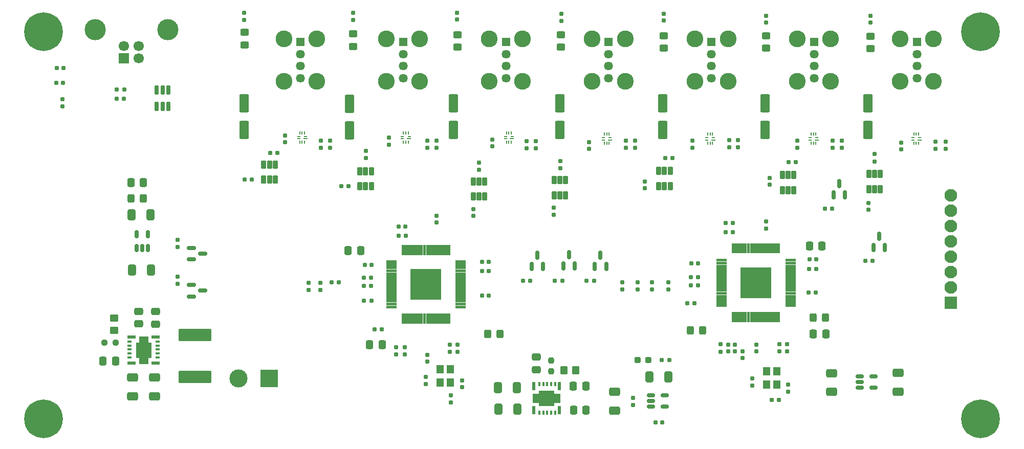
<source format=gbr>
%TF.GenerationSoftware,KiCad,Pcbnew,8.0.1*%
%TF.CreationDate,2025-12-10T21:43:10+01:00*%
%TF.ProjectId,USB2hub,55534232-6875-4622-9e6b-696361645f70,rev?*%
%TF.SameCoordinates,Original*%
%TF.FileFunction,Soldermask,Top*%
%TF.FilePolarity,Negative*%
%FSLAX46Y46*%
G04 Gerber Fmt 4.6, Leading zero omitted, Abs format (unit mm)*
G04 Created by KiCad (PCBNEW 8.0.1) date 2025-12-10 21:43:10*
%MOMM*%
%LPD*%
G01*
G04 APERTURE LIST*
G04 Aperture macros list*
%AMRoundRect*
0 Rectangle with rounded corners*
0 $1 Rounding radius*
0 $2 $3 $4 $5 $6 $7 $8 $9 X,Y pos of 4 corners*
0 Add a 4 corners polygon primitive as box body*
4,1,4,$2,$3,$4,$5,$6,$7,$8,$9,$2,$3,0*
0 Add four circle primitives for the rounded corners*
1,1,$1+$1,$2,$3*
1,1,$1+$1,$4,$5*
1,1,$1+$1,$6,$7*
1,1,$1+$1,$8,$9*
0 Add four rect primitives between the rounded corners*
20,1,$1+$1,$2,$3,$4,$5,0*
20,1,$1+$1,$4,$5,$6,$7,0*
20,1,$1+$1,$6,$7,$8,$9,0*
20,1,$1+$1,$8,$9,$2,$3,0*%
%AMFreePoly0*
4,1,13,0.750000,1.250000,1.250000,1.250000,1.250000,-1.250000,0.750000,-1.250000,0.750000,-2.300000,-0.750000,-2.300000,-0.750000,-1.250000,-1.250000,-1.250000,-1.250000,1.250000,-0.750000,1.250000,-0.750000,2.300000,0.750000,2.300000,0.750000,1.250000,0.750000,1.250000,$1*%
G04 Aperture macros list end*
%ADD10C,0.010000*%
%ADD11RoundRect,0.155000X0.212500X0.155000X-0.212500X0.155000X-0.212500X-0.155000X0.212500X-0.155000X0*%
%ADD12RoundRect,0.250000X-0.337500X-0.475000X0.337500X-0.475000X0.337500X0.475000X-0.337500X0.475000X0*%
%ADD13R,1.458000X1.458000*%
%ADD14C,1.458000*%
%ADD15C,2.775000*%
%ADD16RoundRect,0.237500X0.237500X-0.250000X0.237500X0.250000X-0.237500X0.250000X-0.237500X-0.250000X0*%
%ADD17RoundRect,0.155000X-0.155000X0.212500X-0.155000X-0.212500X0.155000X-0.212500X0.155000X0.212500X0*%
%ADD18RoundRect,0.160000X-0.197500X-0.160000X0.197500X-0.160000X0.197500X0.160000X-0.197500X0.160000X0*%
%ADD19RoundRect,0.155000X0.155000X-0.212500X0.155000X0.212500X-0.155000X0.212500X-0.155000X-0.212500X0*%
%ADD20C,0.804000*%
%ADD21RoundRect,0.050000X0.200000X-0.650000X0.200000X0.650000X-0.200000X0.650000X-0.200000X-0.650000X0*%
%ADD22RoundRect,0.050050X0.124950X-0.299950X0.124950X0.299950X-0.124950X0.299950X-0.124950X-0.299950X0*%
%ADD23C,0.600000*%
%ADD24FreePoly0,90.000000*%
%ADD25RoundRect,0.160000X-0.160000X0.197500X-0.160000X-0.197500X0.160000X-0.197500X0.160000X0.197500X0*%
%ADD26RoundRect,0.250000X0.550000X-1.250000X0.550000X1.250000X-0.550000X1.250000X-0.550000X-1.250000X0*%
%ADD27R,3.000000X3.000000*%
%ADD28C,3.000000*%
%ADD29R,1.200000X1.400000*%
%ADD30RoundRect,0.250000X0.337500X0.475000X-0.337500X0.475000X-0.337500X-0.475000X0.337500X-0.475000X0*%
%ADD31RoundRect,0.155000X-0.212500X-0.155000X0.212500X-0.155000X0.212500X0.155000X-0.212500X0.155000X0*%
%ADD32RoundRect,0.160000X0.160000X-0.197500X0.160000X0.197500X-0.160000X0.197500X-0.160000X-0.197500X0*%
%ADD33RoundRect,0.250000X0.412500X0.650000X-0.412500X0.650000X-0.412500X-0.650000X0.412500X-0.650000X0*%
%ADD34RoundRect,0.250000X0.475000X-0.337500X0.475000X0.337500X-0.475000X0.337500X-0.475000X-0.337500X0*%
%ADD35R,0.663000X0.225000*%
%ADD36R,0.563000X0.225000*%
%ADD37R,0.225000X0.563000*%
%ADD38C,3.600000*%
%ADD39C,6.400000*%
%ADD40RoundRect,0.250000X-0.650000X0.412500X-0.650000X-0.412500X0.650000X-0.412500X0.650000X0.412500X0*%
%ADD41R,2.100000X2.100000*%
%ADD42C,2.100000*%
%ADD43RoundRect,0.250000X-0.412500X-0.650000X0.412500X-0.650000X0.412500X0.650000X-0.412500X0.650000X0*%
%ADD44RoundRect,0.160000X0.197500X0.160000X-0.197500X0.160000X-0.197500X-0.160000X0.197500X-0.160000X0*%
%ADD45RoundRect,0.250000X0.450000X-0.325000X0.450000X0.325000X-0.450000X0.325000X-0.450000X-0.325000X0*%
%ADD46RoundRect,0.150000X0.150000X-0.587500X0.150000X0.587500X-0.150000X0.587500X-0.150000X-0.587500X0*%
%ADD47RoundRect,0.098000X0.294000X-0.609000X0.294000X0.609000X-0.294000X0.609000X-0.294000X-0.609000X0*%
%ADD48RoundRect,0.150000X-0.587500X-0.150000X0.587500X-0.150000X0.587500X0.150000X-0.587500X0.150000X0*%
%ADD49RoundRect,0.250000X0.325000X0.450000X-0.325000X0.450000X-0.325000X-0.450000X0.325000X-0.450000X0*%
%ADD50RoundRect,0.250000X-0.450000X0.350000X-0.450000X-0.350000X0.450000X-0.350000X0.450000X0.350000X0*%
%ADD51RoundRect,0.250000X-0.475000X0.337500X-0.475000X-0.337500X0.475000X-0.337500X0.475000X0.337500X0*%
%ADD52RoundRect,0.250000X-0.325000X-0.450000X0.325000X-0.450000X0.325000X0.450000X-0.325000X0.450000X0*%
%ADD53RoundRect,0.050000X0.650000X0.200000X-0.650000X0.200000X-0.650000X-0.200000X0.650000X-0.200000X0*%
%ADD54RoundRect,0.050050X0.299950X0.124950X-0.299950X0.124950X-0.299950X-0.124950X0.299950X-0.124950X0*%
%ADD55FreePoly0,180.000000*%
%ADD56RoundRect,0.250001X-2.474999X0.799999X-2.474999X-0.799999X2.474999X-0.799999X2.474999X0.799999X0*%
%ADD57R,1.700000X1.700000*%
%ADD58C,1.700000*%
%ADD59C,3.500000*%
%ADD60RoundRect,0.250000X0.350000X0.450000X-0.350000X0.450000X-0.350000X-0.450000X0.350000X-0.450000X0*%
%ADD61RoundRect,0.150000X0.150000X-0.512500X0.150000X0.512500X-0.150000X0.512500X-0.150000X-0.512500X0*%
%ADD62RoundRect,0.150000X-0.512500X-0.150000X0.512500X-0.150000X0.512500X0.150000X-0.512500X0.150000X0*%
%ADD63RoundRect,0.237500X0.250000X0.237500X-0.250000X0.237500X-0.250000X-0.237500X0.250000X-0.237500X0*%
%ADD64RoundRect,0.162500X-0.162500X0.617500X-0.162500X-0.617500X0.162500X-0.617500X0.162500X0.617500X0*%
%ADD65RoundRect,0.237500X-0.287500X-0.237500X0.287500X-0.237500X0.287500X0.237500X-0.287500X0.237500X0*%
G04 APERTURE END LIST*
D10*
%TO.C,U10*%
X135250000Y-65950000D02*
X133650000Y-65950000D01*
X133650000Y-65550000D01*
X135250000Y-65550000D01*
X135250000Y-65950000D01*
G36*
X135250000Y-65950000D02*
G01*
X133650000Y-65950000D01*
X133650000Y-65550000D01*
X135250000Y-65550000D01*
X135250000Y-65950000D01*
G37*
X135250000Y-66450000D02*
X133650000Y-66450000D01*
X133650000Y-66050000D01*
X135250000Y-66050000D01*
X135250000Y-66450000D01*
G36*
X135250000Y-66450000D02*
G01*
X133650000Y-66450000D01*
X133650000Y-66050000D01*
X135250000Y-66050000D01*
X135250000Y-66450000D01*
G37*
X135250000Y-66950000D02*
X133650000Y-66950000D01*
X133650000Y-66550000D01*
X135250000Y-66550000D01*
X135250000Y-66950000D01*
G36*
X135250000Y-66950000D02*
G01*
X133650000Y-66950000D01*
X133650000Y-66550000D01*
X135250000Y-66550000D01*
X135250000Y-66950000D01*
G37*
X135250000Y-67450000D02*
X133650000Y-67450000D01*
X133650000Y-67050000D01*
X135250000Y-67050000D01*
X135250000Y-67450000D01*
G36*
X135250000Y-67450000D02*
G01*
X133650000Y-67450000D01*
X133650000Y-67050000D01*
X135250000Y-67050000D01*
X135250000Y-67450000D01*
G37*
X135250000Y-67950000D02*
X133650000Y-67950000D01*
X133650000Y-67550000D01*
X135250000Y-67550000D01*
X135250000Y-67950000D01*
G36*
X135250000Y-67950000D02*
G01*
X133650000Y-67950000D01*
X133650000Y-67550000D01*
X135250000Y-67550000D01*
X135250000Y-67950000D01*
G37*
X135250000Y-68450000D02*
X133650000Y-68450000D01*
X133650000Y-68050000D01*
X135250000Y-68050000D01*
X135250000Y-68450000D01*
G36*
X135250000Y-68450000D02*
G01*
X133650000Y-68450000D01*
X133650000Y-68050000D01*
X135250000Y-68050000D01*
X135250000Y-68450000D01*
G37*
X135250000Y-68950000D02*
X133650000Y-68950000D01*
X133650000Y-68550000D01*
X135250000Y-68550000D01*
X135250000Y-68950000D01*
G36*
X135250000Y-68950000D02*
G01*
X133650000Y-68950000D01*
X133650000Y-68550000D01*
X135250000Y-68550000D01*
X135250000Y-68950000D01*
G37*
X135250000Y-69450000D02*
X133650000Y-69450000D01*
X133650000Y-69050000D01*
X135250000Y-69050000D01*
X135250000Y-69450000D01*
G36*
X135250000Y-69450000D02*
G01*
X133650000Y-69450000D01*
X133650000Y-69050000D01*
X135250000Y-69050000D01*
X135250000Y-69450000D01*
G37*
X135250000Y-69950000D02*
X133650000Y-69950000D01*
X133650000Y-69550000D01*
X135250000Y-69550000D01*
X135250000Y-69950000D01*
G36*
X135250000Y-69950000D02*
G01*
X133650000Y-69950000D01*
X133650000Y-69550000D01*
X135250000Y-69550000D01*
X135250000Y-69950000D01*
G37*
X135250000Y-70450000D02*
X133650000Y-70450000D01*
X133650000Y-70050000D01*
X135250000Y-70050000D01*
X135250000Y-70450000D01*
G36*
X135250000Y-70450000D02*
G01*
X133650000Y-70450000D01*
X133650000Y-70050000D01*
X135250000Y-70050000D01*
X135250000Y-70450000D01*
G37*
X135250000Y-70950000D02*
X133650000Y-70950000D01*
X133650000Y-70550000D01*
X135250000Y-70550000D01*
X135250000Y-70950000D01*
G36*
X135250000Y-70950000D02*
G01*
X133650000Y-70950000D01*
X133650000Y-70550000D01*
X135250000Y-70550000D01*
X135250000Y-70950000D01*
G37*
X135250000Y-71450000D02*
X133650000Y-71450000D01*
X133650000Y-71050000D01*
X135250000Y-71050000D01*
X135250000Y-71450000D01*
G36*
X135250000Y-71450000D02*
G01*
X133650000Y-71450000D01*
X133650000Y-71050000D01*
X135250000Y-71050000D01*
X135250000Y-71450000D01*
G37*
X135250000Y-71950000D02*
X133650000Y-71950000D01*
X133650000Y-71550000D01*
X135250000Y-71550000D01*
X135250000Y-71950000D01*
G36*
X135250000Y-71950000D02*
G01*
X133650000Y-71950000D01*
X133650000Y-71550000D01*
X135250000Y-71550000D01*
X135250000Y-71950000D01*
G37*
X135250000Y-72450000D02*
X133650000Y-72450000D01*
X133650000Y-72050000D01*
X135250000Y-72050000D01*
X135250000Y-72450000D01*
G36*
X135250000Y-72450000D02*
G01*
X133650000Y-72450000D01*
X133650000Y-72050000D01*
X135250000Y-72050000D01*
X135250000Y-72450000D01*
G37*
X135250000Y-72950000D02*
X133650000Y-72950000D01*
X133650000Y-72550000D01*
X135250000Y-72550000D01*
X135250000Y-72950000D01*
G36*
X135250000Y-72950000D02*
G01*
X133650000Y-72950000D01*
X133650000Y-72550000D01*
X135250000Y-72550000D01*
X135250000Y-72950000D01*
G37*
X135250000Y-73450000D02*
X133650000Y-73450000D01*
X133650000Y-73050000D01*
X135250000Y-73050000D01*
X135250000Y-73450000D01*
G36*
X135250000Y-73450000D02*
G01*
X133650000Y-73450000D01*
X133650000Y-73050000D01*
X135250000Y-73050000D01*
X135250000Y-73450000D01*
G37*
X136600000Y-76000000D02*
X136200000Y-76000000D01*
X136200000Y-74400000D01*
X136600000Y-74400000D01*
X136600000Y-76000000D01*
G36*
X136600000Y-76000000D02*
G01*
X136200000Y-76000000D01*
X136200000Y-74400000D01*
X136600000Y-74400000D01*
X136600000Y-76000000D01*
G37*
X136600000Y-64600000D02*
X136200000Y-64600000D01*
X136200000Y-63000000D01*
X136600000Y-63000000D01*
X136600000Y-64600000D01*
G36*
X136600000Y-64600000D02*
G01*
X136200000Y-64600000D01*
X136200000Y-63000000D01*
X136600000Y-63000000D01*
X136600000Y-64600000D01*
G37*
X137100000Y-76000000D02*
X136700000Y-76000000D01*
X136700000Y-74400000D01*
X137100000Y-74400000D01*
X137100000Y-76000000D01*
G36*
X137100000Y-76000000D02*
G01*
X136700000Y-76000000D01*
X136700000Y-74400000D01*
X137100000Y-74400000D01*
X137100000Y-76000000D01*
G37*
X137100000Y-64600000D02*
X136700000Y-64600000D01*
X136700000Y-63000000D01*
X137100000Y-63000000D01*
X137100000Y-64600000D01*
G36*
X137100000Y-64600000D02*
G01*
X136700000Y-64600000D01*
X136700000Y-63000000D01*
X137100000Y-63000000D01*
X137100000Y-64600000D01*
G37*
X137600000Y-76000000D02*
X137200000Y-76000000D01*
X137200000Y-74400000D01*
X137600000Y-74400000D01*
X137600000Y-76000000D01*
G36*
X137600000Y-76000000D02*
G01*
X137200000Y-76000000D01*
X137200000Y-74400000D01*
X137600000Y-74400000D01*
X137600000Y-76000000D01*
G37*
X137600000Y-64600000D02*
X137200000Y-64600000D01*
X137200000Y-63000000D01*
X137600000Y-63000000D01*
X137600000Y-64600000D01*
G36*
X137600000Y-64600000D02*
G01*
X137200000Y-64600000D01*
X137200000Y-63000000D01*
X137600000Y-63000000D01*
X137600000Y-64600000D01*
G37*
X142650000Y-72000000D02*
X137650000Y-72000000D01*
X137650000Y-67000000D01*
X142650000Y-67000000D01*
X142650000Y-72000000D01*
G36*
X142650000Y-72000000D02*
G01*
X137650000Y-72000000D01*
X137650000Y-67000000D01*
X142650000Y-67000000D01*
X142650000Y-72000000D01*
G37*
X138100000Y-76000000D02*
X137700000Y-76000000D01*
X137700000Y-74400000D01*
X138100000Y-74400000D01*
X138100000Y-76000000D01*
G36*
X138100000Y-76000000D02*
G01*
X137700000Y-76000000D01*
X137700000Y-74400000D01*
X138100000Y-74400000D01*
X138100000Y-76000000D01*
G37*
X138100000Y-64600000D02*
X137700000Y-64600000D01*
X137700000Y-63000000D01*
X138100000Y-63000000D01*
X138100000Y-64600000D01*
G36*
X138100000Y-64600000D02*
G01*
X137700000Y-64600000D01*
X137700000Y-63000000D01*
X138100000Y-63000000D01*
X138100000Y-64600000D01*
G37*
X138600000Y-76000000D02*
X138200000Y-76000000D01*
X138200000Y-74400000D01*
X138600000Y-74400000D01*
X138600000Y-76000000D01*
G36*
X138600000Y-76000000D02*
G01*
X138200000Y-76000000D01*
X138200000Y-74400000D01*
X138600000Y-74400000D01*
X138600000Y-76000000D01*
G37*
X138600000Y-64600000D02*
X138200000Y-64600000D01*
X138200000Y-63000000D01*
X138600000Y-63000000D01*
X138600000Y-64600000D01*
G36*
X138600000Y-64600000D02*
G01*
X138200000Y-64600000D01*
X138200000Y-63000000D01*
X138600000Y-63000000D01*
X138600000Y-64600000D01*
G37*
X139100000Y-76000000D02*
X138700000Y-76000000D01*
X138700000Y-74400000D01*
X139100000Y-74400000D01*
X139100000Y-76000000D01*
G36*
X139100000Y-76000000D02*
G01*
X138700000Y-76000000D01*
X138700000Y-74400000D01*
X139100000Y-74400000D01*
X139100000Y-76000000D01*
G37*
X139100000Y-64600000D02*
X138700000Y-64600000D01*
X138700000Y-63000000D01*
X139100000Y-63000000D01*
X139100000Y-64600000D01*
G36*
X139100000Y-64600000D02*
G01*
X138700000Y-64600000D01*
X138700000Y-63000000D01*
X139100000Y-63000000D01*
X139100000Y-64600000D01*
G37*
X139600000Y-76000000D02*
X139200000Y-76000000D01*
X139200000Y-74400000D01*
X139600000Y-74400000D01*
X139600000Y-76000000D01*
G36*
X139600000Y-76000000D02*
G01*
X139200000Y-76000000D01*
X139200000Y-74400000D01*
X139600000Y-74400000D01*
X139600000Y-76000000D01*
G37*
X139600000Y-64600000D02*
X139200000Y-64600000D01*
X139200000Y-63000000D01*
X139600000Y-63000000D01*
X139600000Y-64600000D01*
G36*
X139600000Y-64600000D02*
G01*
X139200000Y-64600000D01*
X139200000Y-63000000D01*
X139600000Y-63000000D01*
X139600000Y-64600000D01*
G37*
X140100000Y-76000000D02*
X139700000Y-76000000D01*
X139700000Y-74400000D01*
X140100000Y-74400000D01*
X140100000Y-76000000D01*
G36*
X140100000Y-76000000D02*
G01*
X139700000Y-76000000D01*
X139700000Y-74400000D01*
X140100000Y-74400000D01*
X140100000Y-76000000D01*
G37*
X140100000Y-64600000D02*
X139700000Y-64600000D01*
X139700000Y-63000000D01*
X140100000Y-63000000D01*
X140100000Y-64600000D01*
G36*
X140100000Y-64600000D02*
G01*
X139700000Y-64600000D01*
X139700000Y-63000000D01*
X140100000Y-63000000D01*
X140100000Y-64600000D01*
G37*
X140600000Y-76000000D02*
X140200000Y-76000000D01*
X140200000Y-74400000D01*
X140600000Y-74400000D01*
X140600000Y-76000000D01*
G36*
X140600000Y-76000000D02*
G01*
X140200000Y-76000000D01*
X140200000Y-74400000D01*
X140600000Y-74400000D01*
X140600000Y-76000000D01*
G37*
X140600000Y-64600000D02*
X140200000Y-64600000D01*
X140200000Y-63000000D01*
X140600000Y-63000000D01*
X140600000Y-64600000D01*
G36*
X140600000Y-64600000D02*
G01*
X140200000Y-64600000D01*
X140200000Y-63000000D01*
X140600000Y-63000000D01*
X140600000Y-64600000D01*
G37*
X141100000Y-76000000D02*
X140700000Y-76000000D01*
X140700000Y-74400000D01*
X141100000Y-74400000D01*
X141100000Y-76000000D01*
G36*
X141100000Y-76000000D02*
G01*
X140700000Y-76000000D01*
X140700000Y-74400000D01*
X141100000Y-74400000D01*
X141100000Y-76000000D01*
G37*
X141100000Y-64600000D02*
X140700000Y-64600000D01*
X140700000Y-63000000D01*
X141100000Y-63000000D01*
X141100000Y-64600000D01*
G36*
X141100000Y-64600000D02*
G01*
X140700000Y-64600000D01*
X140700000Y-63000000D01*
X141100000Y-63000000D01*
X141100000Y-64600000D01*
G37*
X141600000Y-76000000D02*
X141200000Y-76000000D01*
X141200000Y-74400000D01*
X141600000Y-74400000D01*
X141600000Y-76000000D01*
G36*
X141600000Y-76000000D02*
G01*
X141200000Y-76000000D01*
X141200000Y-74400000D01*
X141600000Y-74400000D01*
X141600000Y-76000000D01*
G37*
X141600000Y-64600000D02*
X141200000Y-64600000D01*
X141200000Y-63000000D01*
X141600000Y-63000000D01*
X141600000Y-64600000D01*
G36*
X141600000Y-64600000D02*
G01*
X141200000Y-64600000D01*
X141200000Y-63000000D01*
X141600000Y-63000000D01*
X141600000Y-64600000D01*
G37*
X142100000Y-76000000D02*
X141700000Y-76000000D01*
X141700000Y-74400000D01*
X142100000Y-74400000D01*
X142100000Y-76000000D01*
G36*
X142100000Y-76000000D02*
G01*
X141700000Y-76000000D01*
X141700000Y-74400000D01*
X142100000Y-74400000D01*
X142100000Y-76000000D01*
G37*
X142100000Y-64600000D02*
X141700000Y-64600000D01*
X141700000Y-63000000D01*
X142100000Y-63000000D01*
X142100000Y-64600000D01*
G36*
X142100000Y-64600000D02*
G01*
X141700000Y-64600000D01*
X141700000Y-63000000D01*
X142100000Y-63000000D01*
X142100000Y-64600000D01*
G37*
X142600000Y-76000000D02*
X142200000Y-76000000D01*
X142200000Y-74400000D01*
X142600000Y-74400000D01*
X142600000Y-76000000D01*
G36*
X142600000Y-76000000D02*
G01*
X142200000Y-76000000D01*
X142200000Y-74400000D01*
X142600000Y-74400000D01*
X142600000Y-76000000D01*
G37*
X142600000Y-64600000D02*
X142200000Y-64600000D01*
X142200000Y-63000000D01*
X142600000Y-63000000D01*
X142600000Y-64600000D01*
G36*
X142600000Y-64600000D02*
G01*
X142200000Y-64600000D01*
X142200000Y-63000000D01*
X142600000Y-63000000D01*
X142600000Y-64600000D01*
G37*
X143100000Y-76000000D02*
X142700000Y-76000000D01*
X142700000Y-74400000D01*
X143100000Y-74400000D01*
X143100000Y-76000000D01*
G36*
X143100000Y-76000000D02*
G01*
X142700000Y-76000000D01*
X142700000Y-74400000D01*
X143100000Y-74400000D01*
X143100000Y-76000000D01*
G37*
X143100000Y-64600000D02*
X142700000Y-64600000D01*
X142700000Y-63000000D01*
X143100000Y-63000000D01*
X143100000Y-64600000D01*
G36*
X143100000Y-64600000D02*
G01*
X142700000Y-64600000D01*
X142700000Y-63000000D01*
X143100000Y-63000000D01*
X143100000Y-64600000D01*
G37*
X143600000Y-76000000D02*
X143200000Y-76000000D01*
X143200000Y-74400000D01*
X143600000Y-74400000D01*
X143600000Y-76000000D01*
G36*
X143600000Y-76000000D02*
G01*
X143200000Y-76000000D01*
X143200000Y-74400000D01*
X143600000Y-74400000D01*
X143600000Y-76000000D01*
G37*
X143600000Y-64600000D02*
X143200000Y-64600000D01*
X143200000Y-63000000D01*
X143600000Y-63000000D01*
X143600000Y-64600000D01*
G36*
X143600000Y-64600000D02*
G01*
X143200000Y-64600000D01*
X143200000Y-63000000D01*
X143600000Y-63000000D01*
X143600000Y-64600000D01*
G37*
X144100000Y-76000000D02*
X143700000Y-76000000D01*
X143700000Y-74400000D01*
X144100000Y-74400000D01*
X144100000Y-76000000D01*
G36*
X144100000Y-76000000D02*
G01*
X143700000Y-76000000D01*
X143700000Y-74400000D01*
X144100000Y-74400000D01*
X144100000Y-76000000D01*
G37*
X144100000Y-64600000D02*
X143700000Y-64600000D01*
X143700000Y-63000000D01*
X144100000Y-63000000D01*
X144100000Y-64600000D01*
G36*
X144100000Y-64600000D02*
G01*
X143700000Y-64600000D01*
X143700000Y-63000000D01*
X144100000Y-63000000D01*
X144100000Y-64600000D01*
G37*
X146650000Y-65950000D02*
X145050000Y-65950000D01*
X145050000Y-65550000D01*
X146650000Y-65550000D01*
X146650000Y-65950000D01*
G36*
X146650000Y-65950000D02*
G01*
X145050000Y-65950000D01*
X145050000Y-65550000D01*
X146650000Y-65550000D01*
X146650000Y-65950000D01*
G37*
X146650000Y-66450000D02*
X145050000Y-66450000D01*
X145050000Y-66050000D01*
X146650000Y-66050000D01*
X146650000Y-66450000D01*
G36*
X146650000Y-66450000D02*
G01*
X145050000Y-66450000D01*
X145050000Y-66050000D01*
X146650000Y-66050000D01*
X146650000Y-66450000D01*
G37*
X146650000Y-66950000D02*
X145050000Y-66950000D01*
X145050000Y-66550000D01*
X146650000Y-66550000D01*
X146650000Y-66950000D01*
G36*
X146650000Y-66950000D02*
G01*
X145050000Y-66950000D01*
X145050000Y-66550000D01*
X146650000Y-66550000D01*
X146650000Y-66950000D01*
G37*
X146650000Y-67450000D02*
X145050000Y-67450000D01*
X145050000Y-67050000D01*
X146650000Y-67050000D01*
X146650000Y-67450000D01*
G36*
X146650000Y-67450000D02*
G01*
X145050000Y-67450000D01*
X145050000Y-67050000D01*
X146650000Y-67050000D01*
X146650000Y-67450000D01*
G37*
X146650000Y-67950000D02*
X145050000Y-67950000D01*
X145050000Y-67550000D01*
X146650000Y-67550000D01*
X146650000Y-67950000D01*
G36*
X146650000Y-67950000D02*
G01*
X145050000Y-67950000D01*
X145050000Y-67550000D01*
X146650000Y-67550000D01*
X146650000Y-67950000D01*
G37*
X146650000Y-68450000D02*
X145050000Y-68450000D01*
X145050000Y-68050000D01*
X146650000Y-68050000D01*
X146650000Y-68450000D01*
G36*
X146650000Y-68450000D02*
G01*
X145050000Y-68450000D01*
X145050000Y-68050000D01*
X146650000Y-68050000D01*
X146650000Y-68450000D01*
G37*
X146650000Y-68950000D02*
X145050000Y-68950000D01*
X145050000Y-68550000D01*
X146650000Y-68550000D01*
X146650000Y-68950000D01*
G36*
X146650000Y-68950000D02*
G01*
X145050000Y-68950000D01*
X145050000Y-68550000D01*
X146650000Y-68550000D01*
X146650000Y-68950000D01*
G37*
X146650000Y-69450000D02*
X145050000Y-69450000D01*
X145050000Y-69050000D01*
X146650000Y-69050000D01*
X146650000Y-69450000D01*
G36*
X146650000Y-69450000D02*
G01*
X145050000Y-69450000D01*
X145050000Y-69050000D01*
X146650000Y-69050000D01*
X146650000Y-69450000D01*
G37*
X146650000Y-69950000D02*
X145050000Y-69950000D01*
X145050000Y-69550000D01*
X146650000Y-69550000D01*
X146650000Y-69950000D01*
G36*
X146650000Y-69950000D02*
G01*
X145050000Y-69950000D01*
X145050000Y-69550000D01*
X146650000Y-69550000D01*
X146650000Y-69950000D01*
G37*
X146650000Y-70450000D02*
X145050000Y-70450000D01*
X145050000Y-70050000D01*
X146650000Y-70050000D01*
X146650000Y-70450000D01*
G36*
X146650000Y-70450000D02*
G01*
X145050000Y-70450000D01*
X145050000Y-70050000D01*
X146650000Y-70050000D01*
X146650000Y-70450000D01*
G37*
X146650000Y-70950000D02*
X145050000Y-70950000D01*
X145050000Y-70550000D01*
X146650000Y-70550000D01*
X146650000Y-70950000D01*
G36*
X146650000Y-70950000D02*
G01*
X145050000Y-70950000D01*
X145050000Y-70550000D01*
X146650000Y-70550000D01*
X146650000Y-70950000D01*
G37*
X146650000Y-71450000D02*
X145050000Y-71450000D01*
X145050000Y-71050000D01*
X146650000Y-71050000D01*
X146650000Y-71450000D01*
G36*
X146650000Y-71450000D02*
G01*
X145050000Y-71450000D01*
X145050000Y-71050000D01*
X146650000Y-71050000D01*
X146650000Y-71450000D01*
G37*
X146650000Y-71950000D02*
X145050000Y-71950000D01*
X145050000Y-71550000D01*
X146650000Y-71550000D01*
X146650000Y-71950000D01*
G36*
X146650000Y-71950000D02*
G01*
X145050000Y-71950000D01*
X145050000Y-71550000D01*
X146650000Y-71550000D01*
X146650000Y-71950000D01*
G37*
X146650000Y-72450000D02*
X145050000Y-72450000D01*
X145050000Y-72050000D01*
X146650000Y-72050000D01*
X146650000Y-72450000D01*
G36*
X146650000Y-72450000D02*
G01*
X145050000Y-72450000D01*
X145050000Y-72050000D01*
X146650000Y-72050000D01*
X146650000Y-72450000D01*
G37*
X146650000Y-72950000D02*
X145050000Y-72950000D01*
X145050000Y-72550000D01*
X146650000Y-72550000D01*
X146650000Y-72950000D01*
G36*
X146650000Y-72950000D02*
G01*
X145050000Y-72950000D01*
X145050000Y-72550000D01*
X146650000Y-72550000D01*
X146650000Y-72950000D01*
G37*
X146650000Y-73450000D02*
X145050000Y-73450000D01*
X145050000Y-73050000D01*
X146650000Y-73050000D01*
X146650000Y-73450000D01*
G36*
X146650000Y-73450000D02*
G01*
X145050000Y-73450000D01*
X145050000Y-73050000D01*
X146650000Y-73050000D01*
X146650000Y-73450000D01*
G37*
%TO.C,U1*%
X80650000Y-66225000D02*
X79050000Y-66225000D01*
X79050000Y-65825000D01*
X80650000Y-65825000D01*
X80650000Y-66225000D01*
G36*
X80650000Y-66225000D02*
G01*
X79050000Y-66225000D01*
X79050000Y-65825000D01*
X80650000Y-65825000D01*
X80650000Y-66225000D01*
G37*
X80650000Y-66725000D02*
X79050000Y-66725000D01*
X79050000Y-66325000D01*
X80650000Y-66325000D01*
X80650000Y-66725000D01*
G36*
X80650000Y-66725000D02*
G01*
X79050000Y-66725000D01*
X79050000Y-66325000D01*
X80650000Y-66325000D01*
X80650000Y-66725000D01*
G37*
X80650000Y-67225000D02*
X79050000Y-67225000D01*
X79050000Y-66825000D01*
X80650000Y-66825000D01*
X80650000Y-67225000D01*
G36*
X80650000Y-67225000D02*
G01*
X79050000Y-67225000D01*
X79050000Y-66825000D01*
X80650000Y-66825000D01*
X80650000Y-67225000D01*
G37*
X80650000Y-67725000D02*
X79050000Y-67725000D01*
X79050000Y-67325000D01*
X80650000Y-67325000D01*
X80650000Y-67725000D01*
G36*
X80650000Y-67725000D02*
G01*
X79050000Y-67725000D01*
X79050000Y-67325000D01*
X80650000Y-67325000D01*
X80650000Y-67725000D01*
G37*
X80650000Y-68225000D02*
X79050000Y-68225000D01*
X79050000Y-67825000D01*
X80650000Y-67825000D01*
X80650000Y-68225000D01*
G36*
X80650000Y-68225000D02*
G01*
X79050000Y-68225000D01*
X79050000Y-67825000D01*
X80650000Y-67825000D01*
X80650000Y-68225000D01*
G37*
X80650000Y-68725000D02*
X79050000Y-68725000D01*
X79050000Y-68325000D01*
X80650000Y-68325000D01*
X80650000Y-68725000D01*
G36*
X80650000Y-68725000D02*
G01*
X79050000Y-68725000D01*
X79050000Y-68325000D01*
X80650000Y-68325000D01*
X80650000Y-68725000D01*
G37*
X80650000Y-69225000D02*
X79050000Y-69225000D01*
X79050000Y-68825000D01*
X80650000Y-68825000D01*
X80650000Y-69225000D01*
G36*
X80650000Y-69225000D02*
G01*
X79050000Y-69225000D01*
X79050000Y-68825000D01*
X80650000Y-68825000D01*
X80650000Y-69225000D01*
G37*
X80650000Y-69725000D02*
X79050000Y-69725000D01*
X79050000Y-69325000D01*
X80650000Y-69325000D01*
X80650000Y-69725000D01*
G36*
X80650000Y-69725000D02*
G01*
X79050000Y-69725000D01*
X79050000Y-69325000D01*
X80650000Y-69325000D01*
X80650000Y-69725000D01*
G37*
X80650000Y-70225000D02*
X79050000Y-70225000D01*
X79050000Y-69825000D01*
X80650000Y-69825000D01*
X80650000Y-70225000D01*
G36*
X80650000Y-70225000D02*
G01*
X79050000Y-70225000D01*
X79050000Y-69825000D01*
X80650000Y-69825000D01*
X80650000Y-70225000D01*
G37*
X80650000Y-70725000D02*
X79050000Y-70725000D01*
X79050000Y-70325000D01*
X80650000Y-70325000D01*
X80650000Y-70725000D01*
G36*
X80650000Y-70725000D02*
G01*
X79050000Y-70725000D01*
X79050000Y-70325000D01*
X80650000Y-70325000D01*
X80650000Y-70725000D01*
G37*
X80650000Y-71225000D02*
X79050000Y-71225000D01*
X79050000Y-70825000D01*
X80650000Y-70825000D01*
X80650000Y-71225000D01*
G36*
X80650000Y-71225000D02*
G01*
X79050000Y-71225000D01*
X79050000Y-70825000D01*
X80650000Y-70825000D01*
X80650000Y-71225000D01*
G37*
X80650000Y-71725000D02*
X79050000Y-71725000D01*
X79050000Y-71325000D01*
X80650000Y-71325000D01*
X80650000Y-71725000D01*
G36*
X80650000Y-71725000D02*
G01*
X79050000Y-71725000D01*
X79050000Y-71325000D01*
X80650000Y-71325000D01*
X80650000Y-71725000D01*
G37*
X80650000Y-72225000D02*
X79050000Y-72225000D01*
X79050000Y-71825000D01*
X80650000Y-71825000D01*
X80650000Y-72225000D01*
G36*
X80650000Y-72225000D02*
G01*
X79050000Y-72225000D01*
X79050000Y-71825000D01*
X80650000Y-71825000D01*
X80650000Y-72225000D01*
G37*
X80650000Y-72725000D02*
X79050000Y-72725000D01*
X79050000Y-72325000D01*
X80650000Y-72325000D01*
X80650000Y-72725000D01*
G36*
X80650000Y-72725000D02*
G01*
X79050000Y-72725000D01*
X79050000Y-72325000D01*
X80650000Y-72325000D01*
X80650000Y-72725000D01*
G37*
X80650000Y-73225000D02*
X79050000Y-73225000D01*
X79050000Y-72825000D01*
X80650000Y-72825000D01*
X80650000Y-73225000D01*
G36*
X80650000Y-73225000D02*
G01*
X79050000Y-73225000D01*
X79050000Y-72825000D01*
X80650000Y-72825000D01*
X80650000Y-73225000D01*
G37*
X80650000Y-73725000D02*
X79050000Y-73725000D01*
X79050000Y-73325000D01*
X80650000Y-73325000D01*
X80650000Y-73725000D01*
G36*
X80650000Y-73725000D02*
G01*
X79050000Y-73725000D01*
X79050000Y-73325000D01*
X80650000Y-73325000D01*
X80650000Y-73725000D01*
G37*
X82000000Y-76275000D02*
X81600000Y-76275000D01*
X81600000Y-74675000D01*
X82000000Y-74675000D01*
X82000000Y-76275000D01*
G36*
X82000000Y-76275000D02*
G01*
X81600000Y-76275000D01*
X81600000Y-74675000D01*
X82000000Y-74675000D01*
X82000000Y-76275000D01*
G37*
X82000000Y-64875000D02*
X81600000Y-64875000D01*
X81600000Y-63275000D01*
X82000000Y-63275000D01*
X82000000Y-64875000D01*
G36*
X82000000Y-64875000D02*
G01*
X81600000Y-64875000D01*
X81600000Y-63275000D01*
X82000000Y-63275000D01*
X82000000Y-64875000D01*
G37*
X82500000Y-76275000D02*
X82100000Y-76275000D01*
X82100000Y-74675000D01*
X82500000Y-74675000D01*
X82500000Y-76275000D01*
G36*
X82500000Y-76275000D02*
G01*
X82100000Y-76275000D01*
X82100000Y-74675000D01*
X82500000Y-74675000D01*
X82500000Y-76275000D01*
G37*
X82500000Y-64875000D02*
X82100000Y-64875000D01*
X82100000Y-63275000D01*
X82500000Y-63275000D01*
X82500000Y-64875000D01*
G36*
X82500000Y-64875000D02*
G01*
X82100000Y-64875000D01*
X82100000Y-63275000D01*
X82500000Y-63275000D01*
X82500000Y-64875000D01*
G37*
X83000000Y-76275000D02*
X82600000Y-76275000D01*
X82600000Y-74675000D01*
X83000000Y-74675000D01*
X83000000Y-76275000D01*
G36*
X83000000Y-76275000D02*
G01*
X82600000Y-76275000D01*
X82600000Y-74675000D01*
X83000000Y-74675000D01*
X83000000Y-76275000D01*
G37*
X83000000Y-64875000D02*
X82600000Y-64875000D01*
X82600000Y-63275000D01*
X83000000Y-63275000D01*
X83000000Y-64875000D01*
G36*
X83000000Y-64875000D02*
G01*
X82600000Y-64875000D01*
X82600000Y-63275000D01*
X83000000Y-63275000D01*
X83000000Y-64875000D01*
G37*
X88050000Y-72275000D02*
X83050000Y-72275000D01*
X83050000Y-67275000D01*
X88050000Y-67275000D01*
X88050000Y-72275000D01*
G36*
X88050000Y-72275000D02*
G01*
X83050000Y-72275000D01*
X83050000Y-67275000D01*
X88050000Y-67275000D01*
X88050000Y-72275000D01*
G37*
X83500000Y-76275000D02*
X83100000Y-76275000D01*
X83100000Y-74675000D01*
X83500000Y-74675000D01*
X83500000Y-76275000D01*
G36*
X83500000Y-76275000D02*
G01*
X83100000Y-76275000D01*
X83100000Y-74675000D01*
X83500000Y-74675000D01*
X83500000Y-76275000D01*
G37*
X83500000Y-64875000D02*
X83100000Y-64875000D01*
X83100000Y-63275000D01*
X83500000Y-63275000D01*
X83500000Y-64875000D01*
G36*
X83500000Y-64875000D02*
G01*
X83100000Y-64875000D01*
X83100000Y-63275000D01*
X83500000Y-63275000D01*
X83500000Y-64875000D01*
G37*
X84000000Y-76275000D02*
X83600000Y-76275000D01*
X83600000Y-74675000D01*
X84000000Y-74675000D01*
X84000000Y-76275000D01*
G36*
X84000000Y-76275000D02*
G01*
X83600000Y-76275000D01*
X83600000Y-74675000D01*
X84000000Y-74675000D01*
X84000000Y-76275000D01*
G37*
X84000000Y-64875000D02*
X83600000Y-64875000D01*
X83600000Y-63275000D01*
X84000000Y-63275000D01*
X84000000Y-64875000D01*
G36*
X84000000Y-64875000D02*
G01*
X83600000Y-64875000D01*
X83600000Y-63275000D01*
X84000000Y-63275000D01*
X84000000Y-64875000D01*
G37*
X84500000Y-76275000D02*
X84100000Y-76275000D01*
X84100000Y-74675000D01*
X84500000Y-74675000D01*
X84500000Y-76275000D01*
G36*
X84500000Y-76275000D02*
G01*
X84100000Y-76275000D01*
X84100000Y-74675000D01*
X84500000Y-74675000D01*
X84500000Y-76275000D01*
G37*
X84500000Y-64875000D02*
X84100000Y-64875000D01*
X84100000Y-63275000D01*
X84500000Y-63275000D01*
X84500000Y-64875000D01*
G36*
X84500000Y-64875000D02*
G01*
X84100000Y-64875000D01*
X84100000Y-63275000D01*
X84500000Y-63275000D01*
X84500000Y-64875000D01*
G37*
X85000000Y-76275000D02*
X84600000Y-76275000D01*
X84600000Y-74675000D01*
X85000000Y-74675000D01*
X85000000Y-76275000D01*
G36*
X85000000Y-76275000D02*
G01*
X84600000Y-76275000D01*
X84600000Y-74675000D01*
X85000000Y-74675000D01*
X85000000Y-76275000D01*
G37*
X85000000Y-64875000D02*
X84600000Y-64875000D01*
X84600000Y-63275000D01*
X85000000Y-63275000D01*
X85000000Y-64875000D01*
G36*
X85000000Y-64875000D02*
G01*
X84600000Y-64875000D01*
X84600000Y-63275000D01*
X85000000Y-63275000D01*
X85000000Y-64875000D01*
G37*
X85500000Y-76275000D02*
X85100000Y-76275000D01*
X85100000Y-74675000D01*
X85500000Y-74675000D01*
X85500000Y-76275000D01*
G36*
X85500000Y-76275000D02*
G01*
X85100000Y-76275000D01*
X85100000Y-74675000D01*
X85500000Y-74675000D01*
X85500000Y-76275000D01*
G37*
X85500000Y-64875000D02*
X85100000Y-64875000D01*
X85100000Y-63275000D01*
X85500000Y-63275000D01*
X85500000Y-64875000D01*
G36*
X85500000Y-64875000D02*
G01*
X85100000Y-64875000D01*
X85100000Y-63275000D01*
X85500000Y-63275000D01*
X85500000Y-64875000D01*
G37*
X86000000Y-76275000D02*
X85600000Y-76275000D01*
X85600000Y-74675000D01*
X86000000Y-74675000D01*
X86000000Y-76275000D01*
G36*
X86000000Y-76275000D02*
G01*
X85600000Y-76275000D01*
X85600000Y-74675000D01*
X86000000Y-74675000D01*
X86000000Y-76275000D01*
G37*
X86000000Y-64875000D02*
X85600000Y-64875000D01*
X85600000Y-63275000D01*
X86000000Y-63275000D01*
X86000000Y-64875000D01*
G36*
X86000000Y-64875000D02*
G01*
X85600000Y-64875000D01*
X85600000Y-63275000D01*
X86000000Y-63275000D01*
X86000000Y-64875000D01*
G37*
X86500000Y-76275000D02*
X86100000Y-76275000D01*
X86100000Y-74675000D01*
X86500000Y-74675000D01*
X86500000Y-76275000D01*
G36*
X86500000Y-76275000D02*
G01*
X86100000Y-76275000D01*
X86100000Y-74675000D01*
X86500000Y-74675000D01*
X86500000Y-76275000D01*
G37*
X86500000Y-64875000D02*
X86100000Y-64875000D01*
X86100000Y-63275000D01*
X86500000Y-63275000D01*
X86500000Y-64875000D01*
G36*
X86500000Y-64875000D02*
G01*
X86100000Y-64875000D01*
X86100000Y-63275000D01*
X86500000Y-63275000D01*
X86500000Y-64875000D01*
G37*
X87000000Y-76275000D02*
X86600000Y-76275000D01*
X86600000Y-74675000D01*
X87000000Y-74675000D01*
X87000000Y-76275000D01*
G36*
X87000000Y-76275000D02*
G01*
X86600000Y-76275000D01*
X86600000Y-74675000D01*
X87000000Y-74675000D01*
X87000000Y-76275000D01*
G37*
X87000000Y-64875000D02*
X86600000Y-64875000D01*
X86600000Y-63275000D01*
X87000000Y-63275000D01*
X87000000Y-64875000D01*
G36*
X87000000Y-64875000D02*
G01*
X86600000Y-64875000D01*
X86600000Y-63275000D01*
X87000000Y-63275000D01*
X87000000Y-64875000D01*
G37*
X87500000Y-76275000D02*
X87100000Y-76275000D01*
X87100000Y-74675000D01*
X87500000Y-74675000D01*
X87500000Y-76275000D01*
G36*
X87500000Y-76275000D02*
G01*
X87100000Y-76275000D01*
X87100000Y-74675000D01*
X87500000Y-74675000D01*
X87500000Y-76275000D01*
G37*
X87500000Y-64875000D02*
X87100000Y-64875000D01*
X87100000Y-63275000D01*
X87500000Y-63275000D01*
X87500000Y-64875000D01*
G36*
X87500000Y-64875000D02*
G01*
X87100000Y-64875000D01*
X87100000Y-63275000D01*
X87500000Y-63275000D01*
X87500000Y-64875000D01*
G37*
X88000000Y-76275000D02*
X87600000Y-76275000D01*
X87600000Y-74675000D01*
X88000000Y-74675000D01*
X88000000Y-76275000D01*
G36*
X88000000Y-76275000D02*
G01*
X87600000Y-76275000D01*
X87600000Y-74675000D01*
X88000000Y-74675000D01*
X88000000Y-76275000D01*
G37*
X88000000Y-64875000D02*
X87600000Y-64875000D01*
X87600000Y-63275000D01*
X88000000Y-63275000D01*
X88000000Y-64875000D01*
G36*
X88000000Y-64875000D02*
G01*
X87600000Y-64875000D01*
X87600000Y-63275000D01*
X88000000Y-63275000D01*
X88000000Y-64875000D01*
G37*
X88500000Y-76275000D02*
X88100000Y-76275000D01*
X88100000Y-74675000D01*
X88500000Y-74675000D01*
X88500000Y-76275000D01*
G36*
X88500000Y-76275000D02*
G01*
X88100000Y-76275000D01*
X88100000Y-74675000D01*
X88500000Y-74675000D01*
X88500000Y-76275000D01*
G37*
X88500000Y-64875000D02*
X88100000Y-64875000D01*
X88100000Y-63275000D01*
X88500000Y-63275000D01*
X88500000Y-64875000D01*
G36*
X88500000Y-64875000D02*
G01*
X88100000Y-64875000D01*
X88100000Y-63275000D01*
X88500000Y-63275000D01*
X88500000Y-64875000D01*
G37*
X89000000Y-76275000D02*
X88600000Y-76275000D01*
X88600000Y-74675000D01*
X89000000Y-74675000D01*
X89000000Y-76275000D01*
G36*
X89000000Y-76275000D02*
G01*
X88600000Y-76275000D01*
X88600000Y-74675000D01*
X89000000Y-74675000D01*
X89000000Y-76275000D01*
G37*
X89000000Y-64875000D02*
X88600000Y-64875000D01*
X88600000Y-63275000D01*
X89000000Y-63275000D01*
X89000000Y-64875000D01*
G36*
X89000000Y-64875000D02*
G01*
X88600000Y-64875000D01*
X88600000Y-63275000D01*
X89000000Y-63275000D01*
X89000000Y-64875000D01*
G37*
X89500000Y-76275000D02*
X89100000Y-76275000D01*
X89100000Y-74675000D01*
X89500000Y-74675000D01*
X89500000Y-76275000D01*
G36*
X89500000Y-76275000D02*
G01*
X89100000Y-76275000D01*
X89100000Y-74675000D01*
X89500000Y-74675000D01*
X89500000Y-76275000D01*
G37*
X89500000Y-64875000D02*
X89100000Y-64875000D01*
X89100000Y-63275000D01*
X89500000Y-63275000D01*
X89500000Y-64875000D01*
G36*
X89500000Y-64875000D02*
G01*
X89100000Y-64875000D01*
X89100000Y-63275000D01*
X89500000Y-63275000D01*
X89500000Y-64875000D01*
G37*
X92050000Y-66225000D02*
X90450000Y-66225000D01*
X90450000Y-65825000D01*
X92050000Y-65825000D01*
X92050000Y-66225000D01*
G36*
X92050000Y-66225000D02*
G01*
X90450000Y-66225000D01*
X90450000Y-65825000D01*
X92050000Y-65825000D01*
X92050000Y-66225000D01*
G37*
X92050000Y-66725000D02*
X90450000Y-66725000D01*
X90450000Y-66325000D01*
X92050000Y-66325000D01*
X92050000Y-66725000D01*
G36*
X92050000Y-66725000D02*
G01*
X90450000Y-66725000D01*
X90450000Y-66325000D01*
X92050000Y-66325000D01*
X92050000Y-66725000D01*
G37*
X92050000Y-67225000D02*
X90450000Y-67225000D01*
X90450000Y-66825000D01*
X92050000Y-66825000D01*
X92050000Y-67225000D01*
G36*
X92050000Y-67225000D02*
G01*
X90450000Y-67225000D01*
X90450000Y-66825000D01*
X92050000Y-66825000D01*
X92050000Y-67225000D01*
G37*
X92050000Y-67725000D02*
X90450000Y-67725000D01*
X90450000Y-67325000D01*
X92050000Y-67325000D01*
X92050000Y-67725000D01*
G36*
X92050000Y-67725000D02*
G01*
X90450000Y-67725000D01*
X90450000Y-67325000D01*
X92050000Y-67325000D01*
X92050000Y-67725000D01*
G37*
X92050000Y-68225000D02*
X90450000Y-68225000D01*
X90450000Y-67825000D01*
X92050000Y-67825000D01*
X92050000Y-68225000D01*
G36*
X92050000Y-68225000D02*
G01*
X90450000Y-68225000D01*
X90450000Y-67825000D01*
X92050000Y-67825000D01*
X92050000Y-68225000D01*
G37*
X92050000Y-68725000D02*
X90450000Y-68725000D01*
X90450000Y-68325000D01*
X92050000Y-68325000D01*
X92050000Y-68725000D01*
G36*
X92050000Y-68725000D02*
G01*
X90450000Y-68725000D01*
X90450000Y-68325000D01*
X92050000Y-68325000D01*
X92050000Y-68725000D01*
G37*
X92050000Y-69225000D02*
X90450000Y-69225000D01*
X90450000Y-68825000D01*
X92050000Y-68825000D01*
X92050000Y-69225000D01*
G36*
X92050000Y-69225000D02*
G01*
X90450000Y-69225000D01*
X90450000Y-68825000D01*
X92050000Y-68825000D01*
X92050000Y-69225000D01*
G37*
X92050000Y-69725000D02*
X90450000Y-69725000D01*
X90450000Y-69325000D01*
X92050000Y-69325000D01*
X92050000Y-69725000D01*
G36*
X92050000Y-69725000D02*
G01*
X90450000Y-69725000D01*
X90450000Y-69325000D01*
X92050000Y-69325000D01*
X92050000Y-69725000D01*
G37*
X92050000Y-70225000D02*
X90450000Y-70225000D01*
X90450000Y-69825000D01*
X92050000Y-69825000D01*
X92050000Y-70225000D01*
G36*
X92050000Y-70225000D02*
G01*
X90450000Y-70225000D01*
X90450000Y-69825000D01*
X92050000Y-69825000D01*
X92050000Y-70225000D01*
G37*
X92050000Y-70725000D02*
X90450000Y-70725000D01*
X90450000Y-70325000D01*
X92050000Y-70325000D01*
X92050000Y-70725000D01*
G36*
X92050000Y-70725000D02*
G01*
X90450000Y-70725000D01*
X90450000Y-70325000D01*
X92050000Y-70325000D01*
X92050000Y-70725000D01*
G37*
X92050000Y-71225000D02*
X90450000Y-71225000D01*
X90450000Y-70825000D01*
X92050000Y-70825000D01*
X92050000Y-71225000D01*
G36*
X92050000Y-71225000D02*
G01*
X90450000Y-71225000D01*
X90450000Y-70825000D01*
X92050000Y-70825000D01*
X92050000Y-71225000D01*
G37*
X92050000Y-71725000D02*
X90450000Y-71725000D01*
X90450000Y-71325000D01*
X92050000Y-71325000D01*
X92050000Y-71725000D01*
G36*
X92050000Y-71725000D02*
G01*
X90450000Y-71725000D01*
X90450000Y-71325000D01*
X92050000Y-71325000D01*
X92050000Y-71725000D01*
G37*
X92050000Y-72225000D02*
X90450000Y-72225000D01*
X90450000Y-71825000D01*
X92050000Y-71825000D01*
X92050000Y-72225000D01*
G36*
X92050000Y-72225000D02*
G01*
X90450000Y-72225000D01*
X90450000Y-71825000D01*
X92050000Y-71825000D01*
X92050000Y-72225000D01*
G37*
X92050000Y-72725000D02*
X90450000Y-72725000D01*
X90450000Y-72325000D01*
X92050000Y-72325000D01*
X92050000Y-72725000D01*
G36*
X92050000Y-72725000D02*
G01*
X90450000Y-72725000D01*
X90450000Y-72325000D01*
X92050000Y-72325000D01*
X92050000Y-72725000D01*
G37*
X92050000Y-73225000D02*
X90450000Y-73225000D01*
X90450000Y-72825000D01*
X92050000Y-72825000D01*
X92050000Y-73225000D01*
G36*
X92050000Y-73225000D02*
G01*
X90450000Y-73225000D01*
X90450000Y-72825000D01*
X92050000Y-72825000D01*
X92050000Y-73225000D01*
G37*
X92050000Y-73725000D02*
X90450000Y-73725000D01*
X90450000Y-73325000D01*
X92050000Y-73325000D01*
X92050000Y-73725000D01*
G36*
X92050000Y-73725000D02*
G01*
X90450000Y-73725000D01*
X90450000Y-73325000D01*
X92050000Y-73325000D01*
X92050000Y-73725000D01*
G37*
%TD*%
D11*
%TO.C,C74*%
X136317500Y-61175000D03*
X135182500Y-61175000D03*
%TD*%
D12*
%TO.C,C72*%
X149037500Y-63475000D03*
X151112500Y-63475000D03*
%TD*%
D13*
%TO.C,J13*%
X132812500Y-29681250D03*
D14*
X132812500Y-31681250D03*
X132812500Y-33681250D03*
X132812500Y-35681250D03*
D15*
X130062500Y-29181250D03*
X130062500Y-36181250D03*
X135562500Y-29181250D03*
X135562500Y-36181250D03*
%TD*%
D16*
%TO.C,R33*%
X106330000Y-84225000D03*
X106330000Y-82400000D03*
%TD*%
D17*
%TO.C,C28*%
X80625000Y-80257500D03*
X80625000Y-81392500D03*
%TD*%
D18*
%TO.C,R40*%
X75302500Y-68750000D03*
X76497500Y-68750000D03*
%TD*%
D19*
%TO.C,C62*%
X135593000Y-80915000D03*
X135593000Y-79780000D03*
%TD*%
D20*
%TO.C,U10*%
X138200000Y-67550000D03*
X139500000Y-67550000D03*
X140800000Y-67550000D03*
X142100000Y-67550000D03*
X138200000Y-68850000D03*
X139500000Y-68850000D03*
X140800000Y-68850000D03*
X142100000Y-68850000D03*
X138200000Y-70150000D03*
X139500000Y-70150000D03*
X140800000Y-70150000D03*
X142100000Y-70150000D03*
X138200000Y-71450000D03*
X139500000Y-71450000D03*
X140800000Y-71450000D03*
X142100000Y-71450000D03*
%TD*%
D21*
%TO.C,U23*%
X103380000Y-90675000D03*
D22*
X104355000Y-91025000D03*
X105005000Y-91025000D03*
X105655000Y-91025000D03*
X106305000Y-91025000D03*
X106955000Y-91025000D03*
D21*
X107680000Y-90675000D03*
X107680000Y-86675000D03*
D22*
X106955000Y-86325000D03*
X106305000Y-86325000D03*
X105655000Y-86325000D03*
X105005000Y-86325000D03*
X104355000Y-86325000D03*
D21*
X103380000Y-86675000D03*
D23*
X104575000Y-89625000D03*
X105525000Y-89625000D03*
X106475000Y-89625000D03*
X103625000Y-88675000D03*
X104575000Y-88675000D03*
X105525000Y-88675000D03*
D24*
X105525000Y-88675000D03*
D23*
X106475000Y-88675000D03*
X107425000Y-88675000D03*
X104575000Y-87725000D03*
X105525000Y-87725000D03*
X106475000Y-87725000D03*
%TD*%
D25*
%TO.C,R81*%
X118700000Y-46002500D03*
X118700000Y-47197500D03*
%TD*%
D26*
%TO.C,C43*%
X72900000Y-44300000D03*
X72900000Y-39900000D03*
%TD*%
D17*
%TO.C,C44*%
X124950000Y-25007500D03*
X124950000Y-26142500D03*
%TD*%
D27*
%TO.C,J7*%
X59640000Y-85400000D03*
D28*
X54560000Y-85400000D03*
%TD*%
D20*
%TO.C,U1*%
X83600000Y-67825000D03*
X84900000Y-67825000D03*
X86200000Y-67825000D03*
X87500000Y-67825000D03*
X83600000Y-69125000D03*
X84900000Y-69125000D03*
X86200000Y-69125000D03*
X87500000Y-69125000D03*
X83600000Y-70425000D03*
X84900000Y-70425000D03*
X86200000Y-70425000D03*
X87500000Y-70425000D03*
X83600000Y-71725000D03*
X84900000Y-71725000D03*
X86200000Y-71725000D03*
X87500000Y-71725000D03*
%TD*%
D12*
%TO.C,C88*%
X110025000Y-90600000D03*
X112100000Y-90600000D03*
%TD*%
D13*
%TO.C,J10*%
X81812500Y-29681250D03*
D14*
X81812500Y-31681250D03*
X81812500Y-33681250D03*
X81812500Y-35681250D03*
D15*
X79062500Y-29181250D03*
X79062500Y-36181250D03*
X84562500Y-29181250D03*
X84562500Y-36181250D03*
%TD*%
D29*
%TO.C,Y1*%
X87950000Y-83890000D03*
X87950000Y-86090000D03*
X89650000Y-86090000D03*
X89650000Y-83890000D03*
%TD*%
D17*
%TO.C,C67*%
X140292000Y-79802000D03*
X140292000Y-80937000D03*
%TD*%
D30*
%TO.C,C25*%
X38837500Y-53000000D03*
X36762500Y-53000000D03*
%TD*%
D13*
%TO.C,J15*%
X166812500Y-29681250D03*
D14*
X166812500Y-31681250D03*
X166812500Y-33681250D03*
X166812500Y-35681250D03*
D15*
X164062500Y-29181250D03*
X164062500Y-36181250D03*
X169562500Y-29181250D03*
X169562500Y-36181250D03*
%TD*%
D25*
%TO.C,R53*%
X69700000Y-46002500D03*
X69700000Y-47197500D03*
%TD*%
D31*
%TO.C,C19*%
X94866000Y-66077000D03*
X96001000Y-66077000D03*
%TD*%
D32*
%TO.C,R5*%
X66200000Y-70772500D03*
X66200000Y-69577500D03*
%TD*%
D17*
%TO.C,C58*%
X145500000Y-86422500D03*
X145500000Y-87557500D03*
%TD*%
D30*
%TO.C,C20*%
X74762500Y-64225000D03*
X72687500Y-64225000D03*
%TD*%
D19*
%TO.C,C5*%
X79500000Y-46667500D03*
X79500000Y-45532500D03*
%TD*%
D33*
%TO.C,C11*%
X125662500Y-85137500D03*
X122537500Y-85137500D03*
%TD*%
D11*
%TO.C,C60*%
X25560000Y-36450000D03*
X24425000Y-36450000D03*
%TD*%
D25*
%TO.C,R51*%
X103800000Y-46102500D03*
X103800000Y-47297500D03*
%TD*%
D17*
%TO.C,C34*%
X73575000Y-24882500D03*
X73575000Y-26017500D03*
%TD*%
D26*
%TO.C,C54*%
X158725000Y-44275000D03*
X158725000Y-39875000D03*
%TD*%
D19*
%TO.C,C32*%
X164200000Y-47467500D03*
X164200000Y-46332500D03*
%TD*%
D32*
%TO.C,R13*%
X120625000Y-70697500D03*
X120625000Y-69502500D03*
%TD*%
D34*
%TO.C,C80*%
X40825000Y-76382500D03*
X40825000Y-74307500D03*
%TD*%
D25*
%TO.C,R63*%
X120200000Y-46002500D03*
X120200000Y-47197500D03*
%TD*%
D32*
%TO.C,R9*%
X123000000Y-70672500D03*
X123000000Y-69477500D03*
%TD*%
D11*
%TO.C,C23*%
X82217500Y-61775000D03*
X81082500Y-61775000D03*
%TD*%
D35*
%TO.C,U12*%
X82787000Y-45700000D03*
D36*
X82837000Y-45300000D03*
D37*
X82668500Y-44731500D03*
X82268500Y-44731500D03*
X81868500Y-44731500D03*
D36*
X81700000Y-45300000D03*
X81700000Y-45700000D03*
D37*
X81868500Y-46268500D03*
X82268500Y-46268500D03*
X82668500Y-46268500D03*
%TD*%
D26*
%TO.C,C45*%
X90125000Y-44275000D03*
X90125000Y-39875000D03*
%TD*%
D17*
%TO.C,C37*%
X90750000Y-24840000D03*
X90750000Y-25975000D03*
%TD*%
D31*
%TO.C,C33*%
X71625000Y-53575000D03*
X72760000Y-53575000D03*
%TD*%
D38*
%TO.C,H3*%
X22350000Y-92100000D03*
D39*
X22350000Y-92100000D03*
%TD*%
D33*
%TO.C,C84*%
X100625000Y-86880000D03*
X97500000Y-86880000D03*
%TD*%
D35*
%TO.C,U5*%
X99818500Y-45700000D03*
D36*
X99868500Y-45300000D03*
D37*
X99700000Y-44731500D03*
X99300000Y-44731500D03*
X98900000Y-44731500D03*
D36*
X98731500Y-45300000D03*
X98731500Y-45700000D03*
D37*
X98900000Y-46268500D03*
X99300000Y-46268500D03*
X99700000Y-46268500D03*
%TD*%
D40*
%TO.C,C15*%
X163712500Y-84465000D03*
X163712500Y-87590000D03*
%TD*%
D31*
%TO.C,C65*%
X148900000Y-71200000D03*
X150035000Y-71200000D03*
%TD*%
D41*
%TO.C,J8*%
X172400000Y-72875000D03*
D42*
X172400000Y-70335000D03*
X172400000Y-67795000D03*
X172400000Y-65255000D03*
X172400000Y-62715000D03*
X172400000Y-60175000D03*
X172400000Y-57635000D03*
X172400000Y-55095000D03*
%TD*%
D19*
%TO.C,C7*%
X62300000Y-46267500D03*
X62300000Y-45132500D03*
%TD*%
%TO.C,C104*%
X158825000Y-57467500D03*
X158825000Y-56332500D03*
%TD*%
D43*
%TO.C,C47*%
X36937500Y-67450000D03*
X40062500Y-67450000D03*
%TD*%
D18*
%TO.C,R21*%
X112177500Y-69250000D03*
X113372500Y-69250000D03*
%TD*%
D17*
%TO.C,C70*%
X144100000Y-79747500D03*
X144100000Y-80882500D03*
%TD*%
D18*
%TO.C,R41*%
X75327500Y-70050000D03*
X76522500Y-70050000D03*
%TD*%
D32*
%TO.C,R44*%
X145325000Y-80937500D03*
X145325000Y-79742500D03*
%TD*%
D44*
%TO.C,R22*%
X125822500Y-82337500D03*
X124627500Y-82337500D03*
%TD*%
D18*
%TO.C,R17*%
X77077500Y-77275000D03*
X78272500Y-77275000D03*
%TD*%
D45*
%TO.C,FB12*%
X55550000Y-30150000D03*
X55550000Y-28100000D03*
%TD*%
D32*
%TO.C,R3*%
X68150000Y-70747500D03*
X68150000Y-69552500D03*
%TD*%
D35*
%TO.C,U6*%
X116018500Y-45900000D03*
D36*
X116068500Y-45500000D03*
D37*
X115900000Y-44931500D03*
X115500000Y-44931500D03*
X115100000Y-44931500D03*
D36*
X114931500Y-45500000D03*
X114931500Y-45900000D03*
D37*
X115100000Y-46468500D03*
X115500000Y-46468500D03*
X115900000Y-46468500D03*
%TD*%
D17*
%TO.C,C30*%
X91600000Y-85697500D03*
X91600000Y-86832500D03*
%TD*%
D32*
%TO.C,R7*%
X125650000Y-70647500D03*
X125650000Y-69452500D03*
%TD*%
D18*
%TO.C,R37*%
X34452500Y-37550000D03*
X35647500Y-37550000D03*
%TD*%
D43*
%TO.C,C49*%
X36862500Y-58275000D03*
X39987500Y-58275000D03*
%TD*%
D25*
%TO.C,R78*%
X85800000Y-46002500D03*
X85800000Y-47197500D03*
%TD*%
D46*
%TO.C,Q20*%
X153000000Y-55000000D03*
X154900000Y-55000000D03*
X153950000Y-53125000D03*
%TD*%
D12*
%TO.C,C29*%
X76262500Y-79775000D03*
X78337500Y-79775000D03*
%TD*%
D32*
%TO.C,R43*%
X134323000Y-80945000D03*
X134323000Y-79750000D03*
%TD*%
D19*
%TO.C,C8*%
X112600000Y-47367500D03*
X112600000Y-46232500D03*
%TD*%
D31*
%TO.C,C63*%
X149007500Y-67250000D03*
X150142500Y-67250000D03*
%TD*%
D17*
%TO.C,C56*%
X141825000Y-25332500D03*
X141825000Y-26467500D03*
%TD*%
D47*
%TO.C,U2*%
X58750000Y-52480000D03*
X59700000Y-52480000D03*
X60650000Y-52480000D03*
X60650000Y-49970000D03*
X59700000Y-49970000D03*
X58750000Y-49970000D03*
%TD*%
D32*
%TO.C,R39*%
X25425000Y-40370000D03*
X25425000Y-39175000D03*
%TD*%
D17*
%TO.C,C2*%
X55475000Y-24882500D03*
X55475000Y-26017500D03*
%TD*%
D18*
%TO.C,R18*%
X75352500Y-72500000D03*
X76547500Y-72500000D03*
%TD*%
D33*
%TO.C,C85*%
X100687500Y-90505000D03*
X97562500Y-90505000D03*
%TD*%
D18*
%TO.C,R45*%
X128802500Y-72925000D03*
X129997500Y-72925000D03*
%TD*%
D25*
%TO.C,R4*%
X75625000Y-47727500D03*
X75625000Y-48922500D03*
%TD*%
D47*
%TO.C,U15*%
X106775000Y-55047500D03*
X107725000Y-55047500D03*
X108675000Y-55047500D03*
X108675000Y-52537500D03*
X107725000Y-52537500D03*
X106775000Y-52537500D03*
%TD*%
%TO.C,U13*%
X74650000Y-53572500D03*
X75600000Y-53572500D03*
X76550000Y-53572500D03*
X76550000Y-51062500D03*
X75600000Y-51062500D03*
X74650000Y-51062500D03*
%TD*%
D26*
%TO.C,C52*%
X141725000Y-44275000D03*
X141725000Y-39875000D03*
%TD*%
D32*
%TO.C,R11*%
X118075000Y-70697500D03*
X118075000Y-69502500D03*
%TD*%
D48*
%TO.C,Q15*%
X46800000Y-63800000D03*
X46800000Y-65700000D03*
X48675000Y-64750000D03*
%TD*%
D26*
%TO.C,C76*%
X55500000Y-44275000D03*
X55500000Y-39875000D03*
%TD*%
D19*
%TO.C,C13*%
X147000000Y-47167500D03*
X147000000Y-46032500D03*
%TD*%
D49*
%TO.C,FB3*%
X38850000Y-55600000D03*
X36800000Y-55600000D03*
%TD*%
D46*
%TO.C,Q17*%
X103050000Y-66837500D03*
X104950000Y-66837500D03*
X104000000Y-64962500D03*
%TD*%
D25*
%TO.C,R8*%
X107800000Y-49370000D03*
X107800000Y-50565000D03*
%TD*%
D50*
%TO.C,R30*%
X34025000Y-75420000D03*
X34025000Y-77420000D03*
%TD*%
D51*
%TO.C,C86*%
X103850000Y-81862500D03*
X103850000Y-83937500D03*
%TD*%
D12*
%TO.C,C87*%
X109962500Y-86665000D03*
X112037500Y-86665000D03*
%TD*%
D17*
%TO.C,C77*%
X159125000Y-25357500D03*
X159125000Y-26492500D03*
%TD*%
D45*
%TO.C,FB18*%
X159125000Y-30800000D03*
X159125000Y-28750000D03*
%TD*%
D13*
%TO.C,J12*%
X115812500Y-29681250D03*
D14*
X115812500Y-31681250D03*
X115812500Y-33681250D03*
X115812500Y-35681250D03*
D15*
X113062500Y-29181250D03*
X113062500Y-36181250D03*
X118562500Y-29181250D03*
X118562500Y-36181250D03*
%TD*%
D45*
%TO.C,FB13*%
X73575000Y-30407500D03*
X73575000Y-28357500D03*
%TD*%
%TO.C,FB16*%
X107950000Y-30525000D03*
X107950000Y-28475000D03*
%TD*%
D17*
%TO.C,C40*%
X107975000Y-25057500D03*
X107975000Y-26192500D03*
%TD*%
D48*
%TO.C,Q16*%
X46800000Y-69900000D03*
X46800000Y-71800000D03*
X48675000Y-70850000D03*
%TD*%
D40*
%TO.C,C14*%
X152690500Y-84502500D03*
X152690500Y-87627500D03*
%TD*%
D25*
%TO.C,R16*%
X44462500Y-68502500D03*
X44462500Y-69697500D03*
%TD*%
D13*
%TO.C,J9*%
X64812500Y-29681250D03*
D14*
X64812500Y-31681250D03*
X64812500Y-33681250D03*
X64812500Y-35681250D03*
D15*
X62062500Y-29181250D03*
X62062500Y-36181250D03*
X67562500Y-29181250D03*
X67562500Y-36181250D03*
%TD*%
D17*
%TO.C,C16*%
X89500000Y-79807500D03*
X89500000Y-80942500D03*
%TD*%
D52*
%TO.C,FB2*%
X95775000Y-78000000D03*
X97825000Y-78000000D03*
%TD*%
D26*
%TO.C,C51*%
X124725000Y-44275000D03*
X124725000Y-39875000D03*
%TD*%
D11*
%TO.C,C64*%
X130640000Y-66340000D03*
X129505000Y-66340000D03*
%TD*%
D25*
%TO.C,R6*%
X94400000Y-49685000D03*
X94400000Y-50880000D03*
%TD*%
D35*
%TO.C,U11*%
X150218500Y-45900000D03*
D36*
X150268500Y-45500000D03*
D37*
X150100000Y-44931500D03*
X149700000Y-44931500D03*
X149300000Y-44931500D03*
D36*
X149131500Y-45500000D03*
X149131500Y-45900000D03*
D37*
X149300000Y-46468500D03*
X149700000Y-46468500D03*
X150100000Y-46468500D03*
%TD*%
D53*
%TO.C,U22*%
X40875000Y-82870000D03*
D54*
X41225000Y-81895000D03*
X41225000Y-81245000D03*
X41225000Y-80595000D03*
X41225000Y-79945000D03*
X41225000Y-79295000D03*
D53*
X40875000Y-78570000D03*
X36875000Y-78570000D03*
D54*
X36525000Y-79295000D03*
X36525000Y-79945000D03*
X36525000Y-80595000D03*
X36525000Y-81245000D03*
X36525000Y-81895000D03*
D53*
X36875000Y-82870000D03*
D23*
X39825000Y-81675000D03*
X39825000Y-80725000D03*
X39825000Y-79775000D03*
X38875000Y-82625000D03*
X38875000Y-81675000D03*
X38875000Y-80725000D03*
D55*
X38875000Y-80725000D03*
D23*
X38875000Y-79775000D03*
X38875000Y-78825000D03*
X37925000Y-81675000D03*
X37925000Y-80725000D03*
X37925000Y-79775000D03*
%TD*%
D19*
%TO.C,C26*%
X87325000Y-59592500D03*
X87325000Y-58457500D03*
%TD*%
D56*
%TO.C,F1*%
X47400000Y-78225000D03*
X47400000Y-85175000D03*
%TD*%
D57*
%TO.C,J16*%
X35600000Y-32350000D03*
D58*
X38100000Y-32350000D03*
X38100000Y-30350000D03*
X35600000Y-30350000D03*
D59*
X30830000Y-27640000D03*
X42870000Y-27640000D03*
%TD*%
D12*
%TO.C,C79*%
X32137500Y-82525000D03*
X34212500Y-82525000D03*
%TD*%
D13*
%TO.C,J11*%
X98812500Y-29681250D03*
D14*
X98812500Y-31681250D03*
X98812500Y-33681250D03*
X98812500Y-35681250D03*
D15*
X96062500Y-29181250D03*
X96062500Y-36181250D03*
X101562500Y-29181250D03*
X101562500Y-36181250D03*
%TD*%
D60*
%TO.C,R32*%
X110380000Y-84012500D03*
X108380000Y-84012500D03*
%TD*%
D12*
%TO.C,C75*%
X149687500Y-78050000D03*
X151762500Y-78050000D03*
%TD*%
D25*
%TO.C,R80*%
X68200000Y-46005000D03*
X68200000Y-47200000D03*
%TD*%
D46*
%TO.C,Q18*%
X108300000Y-66800000D03*
X110200000Y-66800000D03*
X109250000Y-64925000D03*
%TD*%
%TO.C,Q19*%
X113512500Y-66887500D03*
X115412500Y-66887500D03*
X114462500Y-65012500D03*
%TD*%
D45*
%TO.C,FB15*%
X124950000Y-30675000D03*
X124950000Y-28625000D03*
%TD*%
D44*
%TO.C,R2*%
X71197500Y-69500000D03*
X70002500Y-69500000D03*
%TD*%
D25*
%TO.C,R15*%
X44525000Y-62440000D03*
X44525000Y-63635000D03*
%TD*%
D49*
%TO.C,FB1*%
X131400000Y-77400000D03*
X129350000Y-77400000D03*
%TD*%
D61*
%TO.C,U21*%
X37700000Y-63800000D03*
X38650000Y-63800000D03*
X39600000Y-63800000D03*
X39600000Y-61525000D03*
X37700000Y-61525000D03*
%TD*%
D38*
%TO.C,H2*%
X177350000Y-28000000D03*
D39*
X177350000Y-28000000D03*
%TD*%
D17*
%TO.C,C48*%
X142450000Y-52157500D03*
X142450000Y-53292500D03*
%TD*%
D11*
%TO.C,C18*%
X76578000Y-66585000D03*
X75443000Y-66585000D03*
%TD*%
D18*
%TO.C,R25*%
X151615000Y-57237500D03*
X152810000Y-57237500D03*
%TD*%
D31*
%TO.C,C68*%
X149032500Y-65650000D03*
X150167500Y-65650000D03*
%TD*%
D25*
%TO.C,R49*%
X87300000Y-46002500D03*
X87300000Y-47197500D03*
%TD*%
%TO.C,R65*%
X137200000Y-45902500D03*
X137200000Y-47097500D03*
%TD*%
D18*
%TO.C,R20*%
X106930000Y-69225000D03*
X108125000Y-69225000D03*
%TD*%
%TO.C,R26*%
X158280000Y-65875000D03*
X159475000Y-65875000D03*
%TD*%
D31*
%TO.C,C21*%
X94836000Y-67601000D03*
X95971000Y-67601000D03*
%TD*%
D29*
%TO.C,Y2*%
X141950000Y-84165000D03*
X141950000Y-86365000D03*
X143650000Y-86365000D03*
X143650000Y-84165000D03*
%TD*%
D17*
%TO.C,C69*%
X136736000Y-79802000D03*
X136736000Y-80937000D03*
%TD*%
D18*
%TO.C,R38*%
X34402500Y-39050000D03*
X35597500Y-39050000D03*
%TD*%
D11*
%TO.C,C73*%
X136317500Y-59675000D03*
X135182500Y-59675000D03*
%TD*%
%TO.C,C24*%
X82210000Y-60275000D03*
X81075000Y-60275000D03*
%TD*%
D25*
%TO.C,R14*%
X159850000Y-48252500D03*
X159850000Y-49447500D03*
%TD*%
D45*
%TO.C,FB17*%
X141875000Y-30700000D03*
X141875000Y-28650000D03*
%TD*%
D40*
%TO.C,C10*%
X116775000Y-87575000D03*
X116775000Y-90700000D03*
%TD*%
D19*
%TO.C,C6*%
X96600000Y-46967500D03*
X96600000Y-45832500D03*
%TD*%
D25*
%TO.C,R83*%
X152900000Y-46005000D03*
X152900000Y-47200000D03*
%TD*%
D44*
%TO.C,R42*%
X143947500Y-88915000D03*
X142752500Y-88915000D03*
%TD*%
D17*
%TO.C,C61*%
X139600000Y-85397500D03*
X139600000Y-86532500D03*
%TD*%
D11*
%TO.C,C59*%
X25635000Y-34000000D03*
X24500000Y-34000000D03*
%TD*%
D44*
%TO.C,R12*%
X146772500Y-49550000D03*
X145577500Y-49550000D03*
%TD*%
D31*
%TO.C,C1*%
X55607500Y-52450000D03*
X56742500Y-52450000D03*
%TD*%
D19*
%TO.C,C71*%
X141875000Y-60542500D03*
X141875000Y-59407500D03*
%TD*%
D44*
%TO.C,R10*%
X126397500Y-48892500D03*
X125202500Y-48892500D03*
%TD*%
D18*
%TO.C,R47*%
X129427500Y-69965000D03*
X130622500Y-69965000D03*
%TD*%
D19*
%TO.C,C39*%
X106700000Y-58267500D03*
X106700000Y-57132500D03*
%TD*%
D47*
%TO.C,U14*%
X93400000Y-55280000D03*
X94350000Y-55280000D03*
X95300000Y-55280000D03*
X95300000Y-52770000D03*
X94350000Y-52770000D03*
X93400000Y-52770000D03*
%TD*%
D31*
%TO.C,C22*%
X94836000Y-71665000D03*
X95971000Y-71665000D03*
%TD*%
D38*
%TO.C,H1*%
X22350000Y-28000000D03*
D39*
X22350000Y-28000000D03*
%TD*%
D17*
%TO.C,C31*%
X85550000Y-85172500D03*
X85550000Y-86307500D03*
%TD*%
%TO.C,C17*%
X82100000Y-80232500D03*
X82100000Y-81367500D03*
%TD*%
D32*
%TO.C,R24*%
X90800000Y-80972500D03*
X90800000Y-79777500D03*
%TD*%
D62*
%TO.C,U9*%
X157362500Y-85050000D03*
X157362500Y-86000000D03*
X157362500Y-86950000D03*
X159637500Y-86950000D03*
X159637500Y-85050000D03*
%TD*%
D34*
%TO.C,C81*%
X38100000Y-76370000D03*
X38100000Y-74295000D03*
%TD*%
D17*
%TO.C,C66*%
X137925000Y-80907500D03*
X137925000Y-82042500D03*
%TD*%
%TO.C,C27*%
X85850000Y-81455000D03*
X85850000Y-82590000D03*
%TD*%
D63*
%TO.C,R31*%
X34237500Y-79495000D03*
X32412500Y-79495000D03*
%TD*%
D25*
%TO.C,R84*%
X169900000Y-46202500D03*
X169900000Y-47397500D03*
%TD*%
D46*
%TO.C,Q21*%
X159600000Y-63700000D03*
X161500000Y-63700000D03*
X160550000Y-61825000D03*
%TD*%
D52*
%TO.C,FB11*%
X149625000Y-75325000D03*
X151675000Y-75325000D03*
%TD*%
D13*
%TO.C,J14*%
X149812500Y-29681250D03*
D14*
X149812500Y-31681250D03*
X149812500Y-33681250D03*
X149812500Y-35681250D03*
D15*
X147062500Y-29181250D03*
X147062500Y-36181250D03*
X152562500Y-29181250D03*
X152562500Y-36181250D03*
%TD*%
D25*
%TO.C,R62*%
X119875000Y-88617500D03*
X119875000Y-89812500D03*
%TD*%
D47*
%TO.C,U18*%
X158875000Y-54022500D03*
X159825000Y-54022500D03*
X160775000Y-54022500D03*
X160775000Y-51512500D03*
X159825000Y-51512500D03*
X158875000Y-51512500D03*
%TD*%
D38*
%TO.C,H4*%
X177350000Y-92100000D03*
D39*
X177350000Y-92100000D03*
%TD*%
D25*
%TO.C,R79*%
X102200000Y-46102500D03*
X102200000Y-47297500D03*
%TD*%
D47*
%TO.C,U17*%
X144550000Y-54205000D03*
X145500000Y-54205000D03*
X146450000Y-54205000D03*
X146450000Y-51695000D03*
X145500000Y-51695000D03*
X144550000Y-51695000D03*
%TD*%
D26*
%TO.C,C50*%
X107725000Y-44275000D03*
X107725000Y-39875000D03*
%TD*%
D25*
%TO.C,R82*%
X135800000Y-45902500D03*
X135800000Y-47097500D03*
%TD*%
D19*
%TO.C,C9*%
X129700000Y-47175000D03*
X129700000Y-46040000D03*
%TD*%
D25*
%TO.C,R67*%
X154400000Y-46005000D03*
X154400000Y-47200000D03*
%TD*%
D47*
%TO.C,U16*%
X124100000Y-53522500D03*
X125050000Y-53522500D03*
X126000000Y-53522500D03*
X126000000Y-51012500D03*
X125050000Y-51012500D03*
X124100000Y-51012500D03*
%TD*%
D40*
%TO.C,C53*%
X37075000Y-85232500D03*
X37075000Y-88357500D03*
%TD*%
D64*
%TO.C,U4*%
X42950000Y-37650000D03*
X42000000Y-37650000D03*
X41050000Y-37650000D03*
X41050000Y-40350000D03*
X42000000Y-40350000D03*
X42950000Y-40350000D03*
%TD*%
D19*
%TO.C,C36*%
X93400000Y-58467500D03*
X93400000Y-57332500D03*
%TD*%
D25*
%TO.C,R23*%
X89675000Y-88192500D03*
X89675000Y-89387500D03*
%TD*%
D65*
%TO.C,D1*%
X120650000Y-82362500D03*
X122400000Y-82362500D03*
%TD*%
D35*
%TO.C,U8*%
X133118500Y-45900000D03*
D36*
X133168500Y-45500000D03*
D37*
X133000000Y-44931500D03*
X132600000Y-44931500D03*
X132200000Y-44931500D03*
D36*
X132031500Y-45500000D03*
X132031500Y-45900000D03*
D37*
X132200000Y-46468500D03*
X132600000Y-46468500D03*
X133000000Y-46468500D03*
%TD*%
D18*
%TO.C,R19*%
X101627500Y-69175000D03*
X102822500Y-69175000D03*
%TD*%
D35*
%TO.C,U19*%
X167218500Y-45900000D03*
D36*
X167268500Y-45500000D03*
D37*
X167100000Y-44931500D03*
X166700000Y-44931500D03*
X166300000Y-44931500D03*
D36*
X166131500Y-45500000D03*
X166131500Y-45900000D03*
D37*
X166300000Y-46468500D03*
X166700000Y-46468500D03*
X167100000Y-46468500D03*
%TD*%
D17*
%TO.C,C42*%
X121775000Y-52775000D03*
X121775000Y-53910000D03*
%TD*%
D25*
%TO.C,R69*%
X171600000Y-46202500D03*
X171600000Y-47397500D03*
%TD*%
D18*
%TO.C,R46*%
X129427500Y-68615000D03*
X130622500Y-68615000D03*
%TD*%
D35*
%TO.C,U3*%
X65618500Y-45700000D03*
D36*
X65668500Y-45300000D03*
D37*
X65500000Y-44731500D03*
X65100000Y-44731500D03*
X64700000Y-44731500D03*
D36*
X64531500Y-45300000D03*
X64531500Y-45700000D03*
D37*
X64700000Y-46268500D03*
X65100000Y-46268500D03*
X65500000Y-46268500D03*
%TD*%
D40*
%TO.C,C55*%
X40675000Y-85232500D03*
X40675000Y-88357500D03*
%TD*%
D44*
%TO.C,R1*%
X60972500Y-48075000D03*
X59777500Y-48075000D03*
%TD*%
D62*
%TO.C,U7*%
X122825000Y-88162500D03*
X122825000Y-89112500D03*
X122825000Y-90062500D03*
X125100000Y-90062500D03*
X125100000Y-88162500D03*
%TD*%
D31*
%TO.C,C57*%
X123532500Y-92700000D03*
X124667500Y-92700000D03*
%TD*%
D45*
%TO.C,FB14*%
X90775000Y-30500000D03*
X90775000Y-28450000D03*
%TD*%
M02*

</source>
